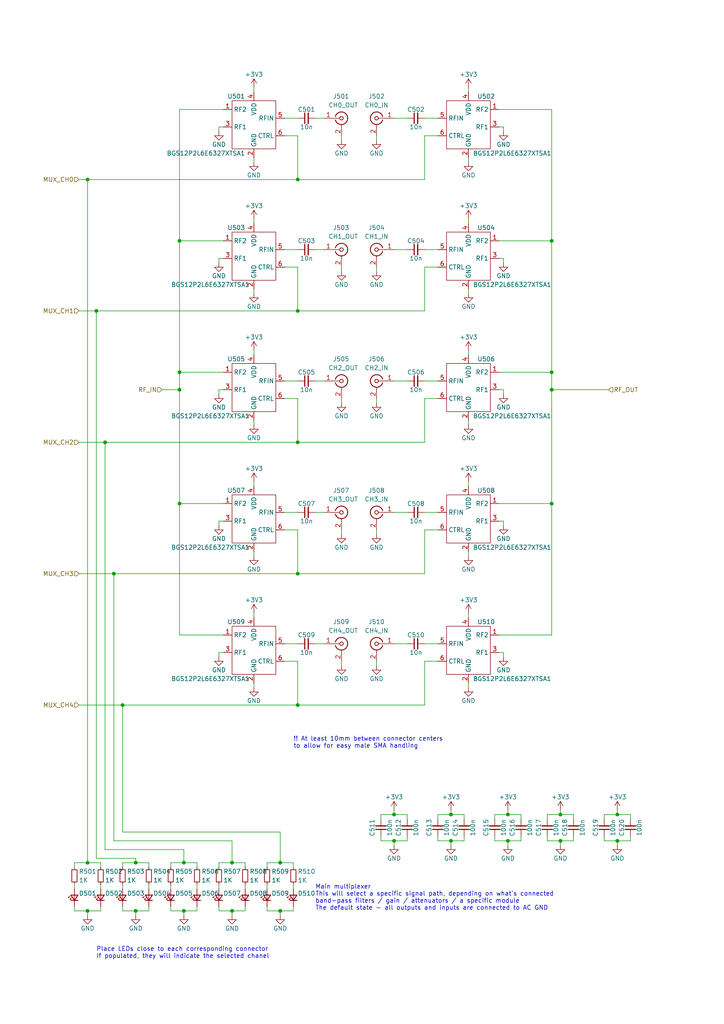
<source format=kicad_sch>
(kicad_sch (version 20211123) (generator eeschema)
  (paper "A4" portrait)
  (lib_symbols
    (symbol "Connector:Conn_Coaxial" (pin_names (offset 1.016) hide)
      (property "Reference" "J" (at 0.254 3.048 0))
      (property "Value" "Conn_Coaxial" (at 2.921 0 90))
      (symbol "Conn_Coaxial_0_1"
        (arc (start -1.778 -0.508) (mid 0.222 -1.808) (end 1.778 0) (stroke (width 0.254)))
        (polyline (pts (xy -2.54 0) (xy -0.508 0)))
        (polyline (pts (xy 0 -2.54) (xy 0 -1.778)))
        (circle (center 0 0) (radius 0.508) (stroke (width 0.2032)))
        (arc (start 1.778 0) (mid 0.2221 1.8083) (end -1.778 0.508) (stroke (width 0.254)))
      )
      (symbol "Conn_Coaxial_1_1"
        (pin passive line (at -5.08 0 0) (length 2.54) (name "In") (number "1"))
        (pin passive line (at 0 -5.08 90) (length 2.54) (name "Ext") (number "2"))
      )
    )
    (symbol "Device:C_Small" (pin_numbers hide) (pin_names (offset 0.254) hide)
      (property "Reference" "C" (at 0.254 1.778 0))
      (property "Value" "C_Small" (at 0.254 -2.032 0))
      (symbol "C_Small_0_1"
        (polyline (pts (xy -1.524 -0.508) (xy 1.524 -0.508)) (stroke (width 0.3302)))
        (polyline (pts (xy -1.524 0.508) (xy 1.524 0.508)) (stroke (width 0.3048)))
      )
      (symbol "C_Small_1_1"
        (pin passive line (at 0 2.54 270) (length 2.032) (name "~") (number "1"))
        (pin passive line (at 0 -2.54 90) (length 2.032) (name "~") (number "2"))
      )
    )
    (symbol "Device:LED_Small" (pin_numbers hide) (pin_names (offset 0.254) hide)
      (property "Reference" "D" (at -1.27 3.175 0))
      (property "Value" "LED_Small" (at -4.445 -2.54 0))
      (symbol "LED_Small_0_1"
        (polyline (pts (xy -0.762 -1.016) (xy -0.762 1.016)) (stroke (width 0.254)))
        (polyline (pts (xy 1.016 0) (xy -0.762 0)))
        (polyline (pts (xy 0.762 -1.016) (xy -0.762 0) (xy 0.762 1.016) (xy 0.762 -1.016)) (stroke (width 0.254)))
        (polyline (pts (xy 0 0.762) (xy -0.508 1.27) (xy -0.254 1.27) (xy -0.508 1.27) (xy -0.508 1.016)))
        (polyline (pts (xy 0.508 1.27) (xy 0 1.778) (xy 0.254 1.778) (xy 0 1.778) (xy 0 1.524)))
      )
      (symbol "LED_Small_1_1"
        (pin passive line (at -2.54 0 0) (length 1.778) (name "K") (number "1"))
        (pin passive line (at 2.54 0 180) (length 1.778) (name "A") (number "2"))
      )
    )
    (symbol "Device:R_Small" (pin_numbers hide) (pin_names (offset 0.254) hide)
      (property "Reference" "R" (at 0.762 0.508 0))
      (property "Value" "R_Small" (at 0.762 -1.016 0))
      (symbol "R_Small_0_1"
        (rectangle (start -0.762 1.778) (end 0.762 -1.778) (stroke (width 0.2032)))
      )
      (symbol "R_Small_1_1"
        (pin passive line (at 0 2.54 270) (length 0.762) (name "~") (number "1"))
        (pin passive line (at 0 -2.54 90) (length 0.762) (name "~") (number "2"))
      )
    )
    (symbol "frontEnd:BGS12P2L6E6327XTSA1"
      (property "Reference" "U" (at 7.62 6.35 0))
      (property "Value" "BGS12P2L6E6327XTSA1" (at 19.05 -11.43 0))
      (symbol "BGS12P2L6E6327XTSA1_0_1"
        (rectangle (start 0 5.08) (end 12.7 -8.89))
      )
      (symbol "BGS12P2L6E6327XTSA1_1_1"
        (pin input line (at 15.24 2.54 180) (length 2.54) (name "RF2") (number "1"))
        (pin input line (at 6.35 -11.43 90) (length 2.54) (name "GND") (number "2"))
        (pin input line (at 15.24 -2.54 180) (length 2.54) (name "RF1") (number "3"))
        (pin input line (at 6.35 7.62 270) (length 2.54) (name "VDD") (number "4"))
        (pin input line (at -2.54 0 0) (length 2.54) (name "RFIN") (number "5"))
        (pin input line (at -2.54 -5.08 0) (length 2.54) (name "CTRL") (number "6"))
      )
    )
    (symbol "power:+3V3" (power) (pin_names (offset 0))
      (property "Value" "+3V3" (at 0 3.556 0))
      (symbol "+3V3_0_1"
        (polyline (pts (xy -0.762 1.27) (xy 0 2.54)))
        (polyline (pts (xy 0 0) (xy 0 2.54)))
        (polyline (pts (xy 0 2.54) (xy 0.762 1.27)))
      )
      (symbol "+3V3_1_1"
        (pin power_in line (at 0 0 90) (length 0) hide (name "+3V3") (number "1"))
      )
    )
    (symbol "power:GND" (power) (pin_names (offset 0))
      (property "Value" "GND" (at 0 -3.81 0))
      (symbol "GND_0_1"
        (polyline (pts (xy 0 0) (xy 0 -1.27) (xy 1.27 -1.27) (xy 0 -2.54) (xy -1.27 -1.27) (xy 0 -1.27)))
      )
      (symbol "GND_1_1"
        (pin power_in line (at 0 0 270) (length 0) hide (name "GND") (number "1"))
      )
    )
  )
  (junction (at 162.56 243.84))
  (junction (at 160.02 113.03))
  (junction (at 86.36 52.07))
  (junction (at 33.02 166.37))
  (junction (at 114.3 243.84))
  (junction (at 147.32 243.84))
  (junction (at 25.4 264.16))
  (junction (at 30.48 128.27))
  (junction (at 35.56 204.47))
  (junction (at 86.36 204.47))
  (junction (at 52.07 113.03))
  (junction (at 53.34 250.19))
  (junction (at 67.31 250.19))
  (junction (at 81.28 264.16))
  (junction (at 179.07 243.84))
  (junction (at 179.07 236.22))
  (junction (at 86.36 166.37))
  (junction (at 160.02 146.05))
  (junction (at 86.36 128.27))
  (junction (at 147.32 236.22))
  (junction (at 52.07 69.85))
  (junction (at 52.07 107.95))
  (junction (at 86.36 90.17))
  (junction (at 39.37 250.19))
  (junction (at 52.07 146.05))
  (junction (at 53.34 264.16))
  (junction (at 130.81 243.84))
  (junction (at 160.02 69.85))
  (junction (at 114.3 236.22))
  (junction (at 81.28 250.19))
  (junction (at 160.02 107.95))
  (junction (at 67.31 264.16))
  (junction (at 39.37 264.16))
  (junction (at 27.94 90.17))
  (junction (at 25.4 52.07))
  (junction (at 25.4 250.19))
  (junction (at 130.81 236.22))
  (junction (at 162.56 236.22))
  (wire (pts (xy 21.59 262.89) (xy 21.59 264.16)))
  (wire (pts (xy 123.19 115.57) (xy 123.19 128.27)))
  (wire (pts (xy 91.44 72.39) (xy 93.98 72.39)))
  (wire (pts (xy 123.19 115.57) (xy 127 115.57)))
  (wire (pts (xy 67.31 243.84) (xy 67.31 250.19)))
  (wire (pts (xy 109.22 77.47) (xy 109.22 78.74)))
  (wire (pts (xy 71.12 250.19) (xy 71.12 251.46)))
  (wire (pts (xy 182.88 242.57) (xy 182.88 243.84)))
  (wire (pts (xy 118.11 242.57) (xy 118.11 243.84)))
  (wire (pts (xy 67.31 264.16) (xy 67.31 265.43)))
  (wire (pts (xy 73.66 25.4) (xy 73.66 26.67)))
  (wire (pts (xy 179.07 243.84) (xy 182.88 243.84)))
  (wire (pts (xy 135.89 121.92) (xy 135.89 123.19)))
  (wire (pts (xy 21.59 250.19) (xy 25.4 250.19)))
  (wire (pts (xy 82.55 186.69) (xy 86.36 186.69)))
  (wire (pts (xy 146.05 74.93) (xy 146.05 76.2)))
  (wire (pts (xy 114.3 234.95) (xy 114.3 236.22)))
  (wire (pts (xy 25.4 52.07) (xy 86.36 52.07)))
  (wire (pts (xy 123.19 191.77) (xy 127 191.77)))
  (wire (pts (xy 35.56 204.47) (xy 35.56 241.3)))
  (wire (pts (xy 166.37 242.57) (xy 166.37 243.84)))
  (wire (pts (xy 110.49 242.57) (xy 110.49 243.84)))
  (wire (pts (xy 160.02 146.05) (xy 160.02 184.15)))
  (wire (pts (xy 130.81 234.95) (xy 130.81 236.22)))
  (wire (pts (xy 53.34 246.38) (xy 53.34 250.19)))
  (wire (pts (xy 49.53 251.46) (xy 49.53 250.19)))
  (wire (pts (xy 77.47 251.46) (xy 77.47 250.19)))
  (wire (pts (xy 146.05 113.03) (xy 146.05 114.3)))
  (wire (pts (xy 73.66 139.7) (xy 73.66 140.97)))
  (wire (pts (xy 82.55 110.49) (xy 86.36 110.49)))
  (wire (pts (xy 43.18 250.19) (xy 43.18 251.46)))
  (wire (pts (xy 144.78 36.83) (xy 146.05 36.83)))
  (wire (pts (xy 144.78 69.85) (xy 160.02 69.85)))
  (wire (pts (xy 151.13 236.22) (xy 151.13 237.49)))
  (wire (pts (xy 91.44 186.69) (xy 93.98 186.69)))
  (wire (pts (xy 114.3 72.39) (xy 118.11 72.39)))
  (wire (pts (xy 151.13 242.57) (xy 151.13 243.84)))
  (wire (pts (xy 27.94 248.92) (xy 39.37 248.92)))
  (wire (pts (xy 67.31 264.16) (xy 71.12 264.16)))
  (wire (pts (xy 49.53 250.19) (xy 53.34 250.19)))
  (wire (pts (xy 73.66 177.8) (xy 73.66 179.07)))
  (wire (pts (xy 86.36 128.27) (xy 123.19 128.27)))
  (wire (pts (xy 134.62 236.22) (xy 134.62 237.49)))
  (wire (pts (xy 63.5 262.89) (xy 63.5 264.16)))
  (wire (pts (xy 175.26 242.57) (xy 175.26 243.84)))
  (wire (pts (xy 81.28 264.16) (xy 81.28 265.43)))
  (wire (pts (xy 27.94 90.17) (xy 27.94 248.92)))
  (wire (pts (xy 143.51 242.57) (xy 143.51 243.84)))
  (wire (pts (xy 123.19 77.47) (xy 123.19 90.17)))
  (wire (pts (xy 52.07 69.85) (xy 52.07 107.95)))
  (wire (pts (xy 179.07 234.95) (xy 179.07 236.22)))
  (wire (pts (xy 135.89 160.02) (xy 135.89 161.29)))
  (wire (pts (xy 123.19 72.39) (xy 127 72.39)))
  (wire (pts (xy 39.37 264.16) (xy 39.37 265.43)))
  (wire (pts (xy 114.3 186.69) (xy 118.11 186.69)))
  (wire (pts (xy 63.5 251.46) (xy 63.5 250.19)))
  (wire (pts (xy 52.07 107.95) (xy 52.07 113.03)))
  (wire (pts (xy 162.56 243.84) (xy 162.56 245.11)))
  (wire (pts (xy 86.36 77.47) (xy 86.36 90.17)))
  (wire (pts (xy 43.18 256.54) (xy 43.18 257.81)))
  (wire (pts (xy 39.37 250.19) (xy 43.18 250.19)))
  (wire (pts (xy 53.34 264.16) (xy 57.15 264.16)))
  (wire (pts (xy 82.55 191.77) (xy 86.36 191.77)))
  (wire (pts (xy 109.22 153.67) (xy 109.22 154.94)))
  (wire (pts (xy 86.36 52.07) (xy 123.19 52.07)))
  (wire (pts (xy 25.4 264.16) (xy 29.21 264.16)))
  (wire (pts (xy 63.5 151.13) (xy 64.77 151.13)))
  (wire (pts (xy 127 236.22) (xy 130.81 236.22)))
  (wire (pts (xy 144.78 74.93) (xy 146.05 74.93)))
  (wire (pts (xy 30.48 246.38) (xy 53.34 246.38)))
  (wire (pts (xy 71.12 256.54) (xy 71.12 257.81)))
  (wire (pts (xy 73.66 45.72) (xy 73.66 46.99)))
  (wire (pts (xy 21.59 251.46) (xy 21.59 250.19)))
  (wire (pts (xy 49.53 256.54) (xy 49.53 257.81)))
  (wire (pts (xy 130.81 243.84) (xy 134.62 243.84)))
  (wire (pts (xy 135.89 139.7) (xy 135.89 140.97)))
  (wire (pts (xy 63.5 190.5) (xy 63.5 189.23)))
  (wire (pts (xy 73.66 101.6) (xy 73.66 102.87)))
  (wire (pts (xy 127 243.84) (xy 130.81 243.84)))
  (wire (pts (xy 147.32 243.84) (xy 147.32 245.11)))
  (wire (pts (xy 49.53 264.16) (xy 53.34 264.16)))
  (wire (pts (xy 99.06 39.37) (xy 99.06 40.64)))
  (wire (pts (xy 77.47 262.89) (xy 77.47 264.16)))
  (wire (pts (xy 158.75 243.84) (xy 162.56 243.84)))
  (wire (pts (xy 53.34 250.19) (xy 57.15 250.19)))
  (wire (pts (xy 82.55 39.37) (xy 86.36 39.37)))
  (wire (pts (xy 123.19 39.37) (xy 123.19 52.07)))
  (wire (pts (xy 49.53 262.89) (xy 49.53 264.16)))
  (wire (pts (xy 39.37 264.16) (xy 43.18 264.16)))
  (wire (pts (xy 134.62 242.57) (xy 134.62 243.84)))
  (wire (pts (xy 21.59 264.16) (xy 25.4 264.16)))
  (wire (pts (xy 63.5 189.23) (xy 64.77 189.23)))
  (wire (pts (xy 86.36 204.47) (xy 123.19 204.47)))
  (wire (pts (xy 160.02 113.03) (xy 160.02 146.05)))
  (wire (pts (xy 135.89 101.6) (xy 135.89 102.87)))
  (wire (pts (xy 86.36 39.37) (xy 86.36 52.07)))
  (wire (pts (xy 22.86 90.17) (xy 27.94 90.17)))
  (wire (pts (xy 52.07 113.03) (xy 52.07 146.05)))
  (wire (pts (xy 39.37 248.92) (xy 39.37 250.19)))
  (wire (pts (xy 114.3 34.29) (xy 118.11 34.29)))
  (wire (pts (xy 162.56 234.95) (xy 162.56 236.22)))
  (wire (pts (xy 77.47 250.19) (xy 81.28 250.19)))
  (wire (pts (xy 123.19 153.67) (xy 123.19 166.37)))
  (wire (pts (xy 109.22 191.77) (xy 109.22 193.04)))
  (wire (pts (xy 99.06 191.77) (xy 99.06 193.04)))
  (wire (pts (xy 123.19 153.67) (xy 127 153.67)))
  (wire (pts (xy 73.66 83.82) (xy 73.66 85.09)))
  (wire (pts (xy 135.89 177.8) (xy 135.89 179.07)))
  (wire (pts (xy 22.86 128.27) (xy 30.48 128.27)))
  (wire (pts (xy 158.75 242.57) (xy 158.75 243.84)))
  (wire (pts (xy 29.21 250.19) (xy 29.21 251.46)))
  (wire (pts (xy 81.28 264.16) (xy 85.09 264.16)))
  (wire (pts (xy 114.3 236.22) (xy 118.11 236.22)))
  (wire (pts (xy 99.06 77.47) (xy 99.06 78.74)))
  (wire (pts (xy 71.12 262.89) (xy 71.12 264.16)))
  (wire (pts (xy 46.99 113.03) (xy 52.07 113.03)))
  (wire (pts (xy 82.55 34.29) (xy 86.36 34.29)))
  (wire (pts (xy 63.5 36.83) (xy 64.77 36.83)))
  (wire (pts (xy 144.78 107.95) (xy 160.02 107.95)))
  (wire (pts (xy 21.59 256.54) (xy 21.59 257.81)))
  (wire (pts (xy 81.28 250.19) (xy 85.09 250.19)))
  (wire (pts (xy 52.07 146.05) (xy 64.77 146.05)))
  (wire (pts (xy 146.05 36.83) (xy 146.05 38.1)))
  (wire (pts (xy 35.56 262.89) (xy 35.56 264.16)))
  (wire (pts (xy 146.05 189.23) (xy 146.05 190.5)))
  (wire (pts (xy 77.47 256.54) (xy 77.47 257.81)))
  (wire (pts (xy 110.49 236.22) (xy 114.3 236.22)))
  (wire (pts (xy 63.5 74.93) (xy 64.77 74.93)))
  (wire (pts (xy 114.3 243.84) (xy 118.11 243.84)))
  (wire (pts (xy 147.32 236.22) (xy 151.13 236.22)))
  (wire (pts (xy 25.4 52.07) (xy 25.4 250.19)))
  (wire (pts (xy 85.09 262.89) (xy 85.09 264.16)))
  (wire (pts (xy 52.07 31.75) (xy 52.07 69.85)))
  (wire (pts (xy 109.22 115.57) (xy 109.22 116.84)))
  (wire (pts (xy 123.19 191.77) (xy 123.19 204.47)))
  (wire (pts (xy 91.44 148.59) (xy 93.98 148.59)))
  (wire (pts (xy 73.66 121.92) (xy 73.66 123.19)))
  (wire (pts (xy 135.89 25.4) (xy 135.89 26.67)))
  (wire (pts (xy 35.56 204.47) (xy 86.36 204.47)))
  (wire (pts (xy 63.5 250.19) (xy 67.31 250.19)))
  (wire (pts (xy 158.75 237.49) (xy 158.75 236.22)))
  (wire (pts (xy 123.19 186.69) (xy 127 186.69)))
  (wire (pts (xy 35.56 264.16) (xy 39.37 264.16)))
  (wire (pts (xy 77.47 264.16) (xy 81.28 264.16)))
  (wire (pts (xy 160.02 69.85) (xy 160.02 107.95)))
  (wire (pts (xy 123.19 34.29) (xy 127 34.29)))
  (wire (pts (xy 144.78 31.75) (xy 160.02 31.75)))
  (wire (pts (xy 179.07 236.22) (xy 182.88 236.22)))
  (wire (pts (xy 162.56 236.22) (xy 166.37 236.22)))
  (wire (pts (xy 33.02 243.84) (xy 67.31 243.84)))
  (wire (pts (xy 182.88 236.22) (xy 182.88 237.49)))
  (wire (pts (xy 109.22 39.37) (xy 109.22 40.64)))
  (wire (pts (xy 35.56 256.54) (xy 35.56 257.81)))
  (wire (pts (xy 57.15 250.19) (xy 57.15 251.46)))
  (wire (pts (xy 158.75 236.22) (xy 162.56 236.22)))
  (wire (pts (xy 118.11 236.22) (xy 118.11 237.49)))
  (wire (pts (xy 135.89 63.5) (xy 135.89 64.77)))
  (wire (pts (xy 91.44 34.29) (xy 93.98 34.29)))
  (wire (pts (xy 99.06 153.67) (xy 99.06 154.94)))
  (wire (pts (xy 63.5 264.16) (xy 67.31 264.16)))
  (wire (pts (xy 33.02 166.37) (xy 33.02 243.84)))
  (wire (pts (xy 110.49 243.84) (xy 114.3 243.84)))
  (wire (pts (xy 25.4 250.19) (xy 29.21 250.19)))
  (wire (pts (xy 63.5 76.2) (xy 63.5 74.93)))
  (wire (pts (xy 85.09 256.54) (xy 85.09 257.81)))
  (wire (pts (xy 160.02 31.75) (xy 160.02 69.85)))
  (wire (pts (xy 22.86 166.37) (xy 33.02 166.37)))
  (wire (pts (xy 86.36 166.37) (xy 123.19 166.37)))
  (wire (pts (xy 30.48 128.27) (xy 86.36 128.27)))
  (wire (pts (xy 114.3 243.84) (xy 114.3 245.11)))
  (wire (pts (xy 53.34 264.16) (xy 53.34 265.43)))
  (wire (pts (xy 81.28 241.3) (xy 81.28 250.19)))
  (wire (pts (xy 130.81 236.22) (xy 134.62 236.22)))
  (wire (pts (xy 175.26 236.22) (xy 179.07 236.22)))
  (wire (pts (xy 29.21 262.89) (xy 29.21 264.16)))
  (wire (pts (xy 123.19 39.37) (xy 127 39.37)))
  (wire (pts (xy 162.56 243.84) (xy 166.37 243.84)))
  (wire (pts (xy 35.56 250.19) (xy 39.37 250.19)))
  (wire (pts (xy 127 237.49) (xy 127 236.22)))
  (wire (pts (xy 86.36 115.57) (xy 86.36 128.27)))
  (wire (pts (xy 35.56 241.3) (xy 81.28 241.3)))
  (wire (pts (xy 67.31 250.19) (xy 71.12 250.19)))
  (wire (pts (xy 85.09 250.19) (xy 85.09 251.46)))
  (wire (pts (xy 147.32 234.95) (xy 147.32 236.22)))
  (wire (pts (xy 179.07 243.84) (xy 179.07 245.11)))
  (wire (pts (xy 110.49 237.49) (xy 110.49 236.22)))
  (wire (pts (xy 22.86 52.07) (xy 25.4 52.07)))
  (wire (pts (xy 123.19 110.49) (xy 127 110.49)))
  (wire (pts (xy 86.36 191.77) (xy 86.36 204.47)))
  (wire (pts (xy 63.5 38.1) (xy 63.5 36.83)))
  (wire (pts (xy 82.55 72.39) (xy 86.36 72.39)))
  (wire (pts (xy 82.55 115.57) (xy 86.36 115.57)))
  (wire (pts (xy 22.86 204.47) (xy 35.56 204.47)))
  (wire (pts (xy 86.36 153.67) (xy 86.36 166.37)))
  (wire (pts (xy 52.07 146.05) (xy 52.07 184.15)))
  (wire (pts (xy 123.19 77.47) (xy 127 77.47)))
  (wire (pts (xy 135.89 198.12) (xy 135.89 199.39)))
  (wire (pts (xy 143.51 237.49) (xy 143.51 236.22)))
  (wire (pts (xy 27.94 90.17) (xy 86.36 90.17)))
  (wire (pts (xy 30.48 128.27) (xy 30.48 246.38)))
  (wire (pts (xy 146.05 151.13) (xy 146.05 152.4)))
  (wire (pts (xy 144.78 184.15) (xy 160.02 184.15)))
  (wire (pts (xy 86.36 90.17) (xy 123.19 90.17)))
  (wire (pts (xy 73.66 198.12) (xy 73.66 199.39)))
  (wire (pts (xy 63.5 256.54) (xy 63.5 257.81)))
  (wire (pts (xy 144.78 151.13) (xy 146.05 151.13)))
  (wire (pts (xy 160.02 113.03) (xy 176.53 113.03)))
  (wire (pts (xy 91.44 110.49) (xy 93.98 110.49)))
  (wire (pts (xy 33.02 166.37) (xy 86.36 166.37)))
  (wire (pts (xy 63.5 152.4) (xy 63.5 151.13)))
  (wire (pts (xy 25.4 264.16) (xy 25.4 265.43)))
  (wire (pts (xy 82.55 77.47) (xy 86.36 77.47)))
  (wire (pts (xy 73.66 63.5) (xy 73.66 64.77)))
  (wire (pts (xy 144.78 146.05) (xy 160.02 146.05)))
  (wire (pts (xy 99.06 115.57) (xy 99.06 116.84)))
  (wire (pts (xy 114.3 110.49) (xy 118.11 110.49)))
  (wire (pts (xy 43.18 262.89) (xy 43.18 264.16)))
  (wire (pts (xy 52.07 69.85) (xy 64.77 69.85)))
  (wire (pts (xy 143.51 236.22) (xy 147.32 236.22)))
  (wire (pts (xy 130.81 243.84) (xy 130.81 245.11)))
  (wire (pts (xy 64.77 31.75) (xy 52.07 31.75)))
  (wire (pts (xy 57.15 262.89) (xy 57.15 264.16)))
  (wire (pts (xy 144.78 113.03) (xy 146.05 113.03)))
  (wire (pts (xy 57.15 256.54) (xy 57.15 257.81)))
  (wire (pts (xy 35.56 251.46) (xy 35.56 250.19)))
  (wire (pts (xy 175.26 237.49) (xy 175.26 236.22)))
  (wire (pts (xy 114.3 148.59) (xy 118.11 148.59)))
  (wire (pts (xy 175.26 243.84) (xy 179.07 243.84)))
  (wire (pts (xy 52.07 107.95) (xy 64.77 107.95)))
  (wire (pts (xy 63.5 113.03) (xy 63.5 114.3)))
  (wire (pts (xy 64.77 113.03) (xy 63.5 113.03)))
  (wire (pts (xy 147.32 243.84) (xy 151.13 243.84)))
  (wire (pts (xy 127 242.57) (xy 127 243.84)))
  (wire (pts (xy 123.19 148.59) (xy 127 148.59)))
  (wire (pts (xy 73.66 160.02) (xy 73.66 161.29)))
  (wire (pts (xy 143.51 243.84) (xy 147.32 243.84)))
  (wire (pts (xy 52.07 184.15) (xy 64.77 184.15)))
  (wire (pts (xy 29.21 256.54) (xy 29.21 257.81)))
  (wire (pts (xy 166.37 236.22) (xy 166.37 237.49)))
  (wire (pts (xy 82.55 148.59) (xy 86.36 148.59)))
  (wire (pts (xy 135.89 83.82) (xy 135.89 85.09)))
  (wire (pts (xy 160.02 107.95) (xy 160.02 113.03)))
  (wire (pts (xy 144.78 189.23) (xy 146.05 189.23)))
  (wire (pts (xy 82.55 153.67) (xy 86.36 153.67)))
  (wire (pts (xy 135.89 45.72) (xy 135.89 46.99)))
  (text "!! At least 10mm between connector centers\nto allow for easy male SMA handling" (at 85.09 217.17 0) (effects (font (size 1.27 1.27)) (justify left bottom)))
  (text "Place LEDs close to each corresponding connector\nIf populated, they will indicate the selected chanel" (at 27.94 278.13 0) (effects (font (size 1.27 1.27)) (justify left bottom)))
  (text "Main multiplexer\nThis will select a specific signal path, depending on what's connected\nband-pass filters / gain / attenuators / a specific module\nThe default state - all outputs and inputs are connected to AC GND\n" (at 91.44 264.16 0) (effects (font (size 1.27 1.27)) (justify left bottom)))
  (hierarchical_label "RF_IN" (shape input) (at 46.99 113.03 180))
  (hierarchical_label "MUX_CH3" (shape input) (at 22.86 166.37 180))
  (hierarchical_label "MUX_CH2" (shape input) (at 22.86 128.27 180))
  (hierarchical_label "MUX_CH0" (shape input) (at 22.86 52.07 180))
  (hierarchical_label "MUX_CH4" (shape input) (at 22.86 204.47 180))
  (hierarchical_label "RF_OUT" (shape input) (at 176.53 113.03 0))
  (hierarchical_label "MUX_CH1" (shape input) (at 22.86 90.17 180))
  (symbol (lib_id "Connector:Conn_Coaxial") (at 99.06 186.69 0) (unit 1)
    (property "Reference" "J509" (at 96.52 180.34 0) (effects (justify left)))
    (property "Value" "CH4_OUT" (at 95.25 182.88 0) (effects (justify left)))
    (property "Footprint" "frontEnd:SMA_FEM_TH_VERTICAL" (effects hide))
    (property "Datasheet" " ~" (effects hide))
  )
  (symbol (lib_id "Connector:Conn_Coaxial") (at 99.06 110.49 0) (unit 1)
    (property "Reference" "J505" (at 96.52 104.14 0) (effects (justify left)))
    (property "Value" "CH2_OUT" (at 95.25 106.68 0) (effects (justify left)))
    (property "Footprint" "frontEnd:SMA_FEM_TH_VERTICAL" (effects hide))
    (property "Datasheet" " ~" (effects hide))
  )
  (symbol (lib_id "power:GND") (at 25.4 265.43 0) (unit 1)
    (property "Reference" "#PWR0551" (effects hide))
    (property "Value" "GND" (at 25.4 269.24 0))
  )
  (symbol (lib_id "Connector:Conn_Coaxial") (at 99.06 148.59 0) (unit 1)
    (property "Reference" "J507" (at 96.52 142.24 0) (effects (justify left)))
    (property "Value" "CH3_OUT" (at 95.25 144.78 0) (effects (justify left)))
    (property "Footprint" "frontEnd:SMA_FEM_TH_VERTICAL" (effects hide))
    (property "Datasheet" " ~" (effects hide))
  )
  (symbol (lib_id "Device:LED_Small") (at 71.12 260.35 90) (unit 1)
    (property "Reference" "D508" (at 72.39 259.08 90) (effects (justify right)))
    (property "Value" "LED_Small" (effects hide))
    (property "Footprint" "LED_SMD:LED_0805_2012Metric" (effects hide))
  )
  (symbol (lib_id "power:+3V3") (at 135.89 101.6 0) (unit 1)
    (property "Reference" "#PWR0514" (effects hide))
    (property "Value" "+3V3" (at 135.89 97.79 0))
  )
  (symbol (lib_id "Device:R_Small") (at 77.47 254 0) (unit 1)
    (property "Reference" "R509" (at 78.74 252.73 0) (effects (justify left)))
    (property "Value" "1K" (at 78.74 255.27 0) (effects (justify left)))
    (property "Footprint" "Resistor_SMD:R_0805_2012Metric" (effects hide))
  )
  (symbol (lib_id "Device:LED_Small") (at 57.15 260.35 90) (unit 1)
    (property "Reference" "D506" (at 58.42 259.08 90) (effects (justify right)))
    (property "Value" "LED_Small" (effects hide))
    (property "Footprint" "LED_SMD:LED_0805_2012Metric" (effects hide))
  )
  (symbol (lib_id "Device:C_Small") (at 175.26 240.03 180) (unit 1)
    (property "Reference" "C519" (at 172.72 240.03 90))
    (property "Value" "100n" (at 177.8 240.03 90))
    (property "Footprint" "Capacitor_SMD:C_0805_2012Metric" (effects hide))
  )
  (symbol (lib_id "Device:R_Small") (at 57.15 254 0) (unit 1)
    (property "Reference" "R506" (at 58.42 252.73 0) (effects (justify left)))
    (property "Value" "1K" (at 58.42 255.27 0) (effects (justify left)))
    (property "Footprint" "Resistor_SMD:R_0805_2012Metric" (effects hide))
  )
  (symbol (lib_id "Device:LED_Small") (at 49.53 260.35 90) (unit 1)
    (property "Reference" "D505" (at 50.8 259.08 90) (effects (justify right)))
    (property "Value" "LED_Small" (effects hide))
    (property "Footprint" "LED_SMD:LED_0805_2012Metric" (effects hide))
  )
  (symbol (lib_id "power:+3V3") (at 73.66 139.7 0) (unit 1)
    (property "Reference" "#PWR0519" (effects hide))
    (property "Value" "+3V3" (at 73.66 135.89 0))
  )
  (symbol (lib_id "power:GND") (at 109.22 154.94 0) (unit 1)
    (property "Reference" "#PWR0522" (effects hide))
    (property "Value" "GND" (at 109.22 158.75 0))
  )
  (symbol (lib_id "power:GND") (at 73.66 161.29 0) (unit 1)
    (property "Reference" "#PWR0523" (effects hide))
    (property "Value" "GND" (at 73.66 165.1 0))
  )
  (symbol (lib_id "power:GND") (at 73.66 123.19 0) (unit 1)
    (property "Reference" "#PWR0517" (effects hide))
    (property "Value" "GND" (at 73.66 127 0))
  )
  (symbol (lib_id "frontEnd:BGS12P2L6E6327XTSA1") (at 80.01 72.39 0) (mirror y) (unit 1)
    (property "Reference" "U503" (at 71.12 66.04 0) (effects (justify left)))
    (property "Value" "BGS12P2L6E6327XTSA1" (at 72.39 82.55 0) (effects (justify left)))
    (property "Footprint" "frontEnd:BGS12P2L6E6327XTSA1" (effects hide))
  )
  (symbol (lib_id "Device:C_Small") (at 120.65 186.69 90) (unit 1)
    (property "Reference" "C510" (at 120.65 184.15 90))
    (property "Value" "10n" (at 120.65 189.23 90))
    (property "Footprint" "Capacitor_SMD:C_0805_2012Metric" (effects hide))
  )
  (symbol (lib_id "power:GND") (at 73.66 199.39 0) (unit 1)
    (property "Reference" "#PWR0529" (effects hide))
    (property "Value" "GND" (at 73.66 203.2 0))
  )
  (symbol (lib_id "power:GND") (at 146.05 152.4 0) (unit 1)
    (property "Reference" "#PWR0538" (effects hide))
    (property "Value" "GND" (at 146.05 156.21 0))
  )
  (symbol (lib_id "power:GND") (at 63.5 76.2 0) (unit 1)
    (property "Reference" "#PWR0533" (effects hide))
    (property "Value" "GND" (at 63.5 80.01 0))
  )
  (symbol (lib_id "power:GND") (at 179.07 245.11 0) (unit 1)
    (property "Reference" "#PWR0550" (effects hide))
    (property "Value" "GND" (at 179.07 248.92 0))
  )
  (symbol (lib_id "Device:C_Small") (at 118.11 240.03 180) (unit 1)
    (property "Reference" "C512" (at 115.57 240.03 90))
    (property "Value" "100n" (at 120.65 240.03 90))
    (property "Footprint" "Capacitor_SMD:C_0805_2012Metric" (effects hide))
  )
  (symbol (lib_id "power:GND") (at 162.56 245.11 0) (unit 1)
    (property "Reference" "#PWR0549" (effects hide))
    (property "Value" "GND" (at 162.56 248.92 0))
  )
  (symbol (lib_id "power:+3V3") (at 135.89 139.7 0) (unit 1)
    (property "Reference" "#PWR0520" (effects hide))
    (property "Value" "+3V3" (at 135.89 135.89 0))
  )
  (symbol (lib_id "Device:R_Small") (at 35.56 254 0) (unit 1)
    (property "Reference" "R503" (at 36.83 252.73 0) (effects (justify left)))
    (property "Value" "1K" (at 36.83 255.27 0) (effects (justify left)))
    (property "Footprint" "Resistor_SMD:R_0805_2012Metric" (effects hide))
  )
  (symbol (lib_id "Connector:Conn_Coaxial") (at 99.06 72.39 0) (unit 1)
    (property "Reference" "J503" (at 96.52 66.04 0) (effects (justify left)))
    (property "Value" "CH1_OUT" (at 95.25 68.58 0) (effects (justify left)))
    (property "Footprint" "frontEnd:SMA_FEM_TH_VERTICAL" (effects hide))
    (property "Datasheet" " ~" (effects hide))
  )
  (symbol (lib_id "power:GND") (at 109.22 78.74 0) (unit 1)
    (property "Reference" "#PWR0510" (effects hide))
    (property "Value" "GND" (at 109.22 82.55 0))
  )
  (symbol (lib_id "power:GND") (at 135.89 85.09 0) (unit 1)
    (property "Reference" "#PWR0512" (effects hide))
    (property "Value" "GND" (at 135.89 88.9 0))
  )
  (symbol (lib_id "Device:R_Small") (at 29.21 254 0) (unit 1)
    (property "Reference" "R502" (at 30.48 252.73 0) (effects (justify left)))
    (property "Value" "1K" (at 30.48 255.27 0) (effects (justify left)))
    (property "Footprint" "Resistor_SMD:R_0805_2012Metric" (effects hide))
  )
  (symbol (lib_id "Device:C_Small") (at 110.49 240.03 180) (unit 1)
    (property "Reference" "C511" (at 107.95 240.03 90))
    (property "Value" "100n" (at 113.03 240.03 90))
    (property "Footprint" "Capacitor_SMD:C_0805_2012Metric" (effects hide))
  )
  (symbol (lib_id "Device:LED_Small") (at 29.21 260.35 90) (unit 1)
    (property "Reference" "D502" (at 30.48 259.08 90) (effects (justify right)))
    (property "Value" "LED_Small" (effects hide))
    (property "Footprint" "LED_SMD:LED_0805_2012Metric" (effects hide))
  )
  (symbol (lib_id "power:+3V3") (at 130.81 234.95 0) (unit 1)
    (property "Reference" "#PWR0542" (effects hide))
    (property "Value" "+3V3" (at 130.81 231.14 0))
  )
  (symbol (lib_id "frontEnd:BGS12P2L6E6327XTSA1") (at 80.01 34.29 0) (mirror y) (unit 1)
    (property "Reference" "U501" (at 71.12 27.94 0) (effects (justify left)))
    (property "Value" "BGS12P2L6E6327XTSA1" (at 71.12 44.45 0) (effects (justify left)))
    (property "Footprint" "frontEnd:BGS12P2L6E6327XTSA1" (effects hide))
  )
  (symbol (lib_id "Device:LED_Small") (at 63.5 260.35 90) (unit 1)
    (property "Reference" "D507" (at 64.77 259.08 90) (effects (justify right)))
    (property "Value" "LED_Small" (effects hide))
    (property "Footprint" "LED_SMD:LED_0805_2012Metric" (effects hide))
  )
  (symbol (lib_id "power:+3V3") (at 73.66 101.6 0) (unit 1)
    (property "Reference" "#PWR0513" (effects hide))
    (property "Value" "+3V3" (at 73.66 97.79 0))
  )
  (symbol (lib_id "power:GND") (at 99.06 40.64 0) (unit 1)
    (property "Reference" "#PWR0503" (effects hide))
    (property "Value" "GND" (at 99.06 44.45 0))
  )
  (symbol (lib_id "Device:C_Small") (at 88.9 186.69 90) (unit 1)
    (property "Reference" "C509" (at 88.9 184.15 90))
    (property "Value" "10n" (at 88.9 189.23 90))
    (property "Footprint" "Capacitor_SMD:C_0805_2012Metric" (effects hide))
  )
  (symbol (lib_id "power:GND") (at 109.22 193.04 0) (unit 1)
    (property "Reference" "#PWR0528" (effects hide))
    (property "Value" "GND" (at 109.22 196.85 0))
  )
  (symbol (lib_id "frontEnd:BGS12P2L6E6327XTSA1") (at 80.01 186.69 0) (mirror y) (unit 1)
    (property "Reference" "U509" (at 71.12 180.34 0) (effects (justify left)))
    (property "Value" "BGS12P2L6E6327XTSA1" (at 72.39 196.85 0) (effects (justify left)))
    (property "Footprint" "frontEnd:BGS12P2L6E6327XTSA1" (effects hide))
  )
  (symbol (lib_id "frontEnd:BGS12P2L6E6327XTSA1") (at 80.01 110.49 0) (mirror y) (unit 1)
    (property "Reference" "U505" (at 71.12 104.14 0) (effects (justify left)))
    (property "Value" "BGS12P2L6E6327XTSA1" (at 72.39 120.65 0) (effects (justify left)))
    (property "Footprint" "frontEnd:BGS12P2L6E6327XTSA1" (effects hide))
  )
  (symbol (lib_id "Device:C_Small") (at 120.65 34.29 90) (unit 1)
    (property "Reference" "C502" (at 120.65 31.75 90))
    (property "Value" "10n" (at 120.65 36.83 90))
    (property "Footprint" "Capacitor_SMD:C_0805_2012Metric" (effects hide))
  )
  (symbol (lib_id "frontEnd:BGS12P2L6E6327XTSA1") (at 129.54 110.49 0) (unit 1)
    (property "Reference" "U506" (at 138.43 104.14 0) (effects (justify left)))
    (property "Value" "BGS12P2L6E6327XTSA1" (at 137.16 120.65 0) (effects (justify left)))
    (property "Footprint" "frontEnd:BGS12P2L6E6327XTSA1" (effects hide))
  )
  (symbol (lib_id "Device:C_Small") (at 143.51 240.03 180) (unit 1)
    (property "Reference" "C515" (at 140.97 240.03 90))
    (property "Value" "100n" (at 146.05 240.03 90))
    (property "Footprint" "Capacitor_SMD:C_0805_2012Metric" (effects hide))
  )
  (symbol (lib_id "power:GND") (at 99.06 116.84 0) (unit 1)
    (property "Reference" "#PWR0515" (effects hide))
    (property "Value" "GND" (at 99.06 120.65 0))
  )
  (symbol (lib_id "Connector:Conn_Coaxial") (at 109.22 72.39 0) (mirror y) (unit 1)
    (property "Reference" "J504" (at 109.22 66.04 0))
    (property "Value" "CH1_IN" (at 109.22 68.58 0))
    (property "Footprint" "frontEnd:SMA_FEM_TH_VERTICAL" (effects hide))
    (property "Datasheet" " ~" (effects hide))
  )
  (symbol (lib_id "Device:R_Small") (at 49.53 254 0) (unit 1)
    (property "Reference" "R505" (at 50.8 252.73 0) (effects (justify left)))
    (property "Value" "1K" (at 50.8 255.27 0) (effects (justify left)))
    (property "Footprint" "Resistor_SMD:R_0805_2012Metric" (effects hide))
  )
  (symbol (lib_id "power:GND") (at 67.31 265.43 0) (unit 1)
    (property "Reference" "#PWR0554" (effects hide))
    (property "Value" "GND" (at 67.31 269.24 0))
  )
  (symbol (lib_id "power:GND") (at 135.89 123.19 0) (unit 1)
    (property "Reference" "#PWR0518" (effects hide))
    (property "Value" "GND" (at 135.89 127 0))
  )
  (symbol (lib_id "power:GND") (at 135.89 46.99 0) (unit 1)
    (property "Reference" "#PWR0506" (effects hide))
    (property "Value" "GND" (at 135.89 50.8 0))
  )
  (symbol (lib_id "power:+3V3") (at 135.89 63.5 0) (unit 1)
    (property "Reference" "#PWR0508" (effects hide))
    (property "Value" "+3V3" (at 135.89 59.69 0))
  )
  (symbol (lib_id "power:+3V3") (at 73.66 25.4 0) (unit 1)
    (property "Reference" "#PWR0501" (effects hide))
    (property "Value" "+3V3" (at 73.66 21.59 0))
  )
  (symbol (lib_id "power:GND") (at 147.32 245.11 0) (unit 1)
    (property "Reference" "#PWR0548" (effects hide))
    (property "Value" "GND" (at 147.32 248.92 0))
  )
  (symbol (lib_id "power:GND") (at 135.89 161.29 0) (unit 1)
    (property "Reference" "#PWR0524" (effects hide))
    (property "Value" "GND" (at 135.89 165.1 0))
  )
  (symbol (lib_id "power:GND") (at 63.5 38.1 0) (unit 1)
    (property "Reference" "#PWR0531" (effects hide))
    (property "Value" "GND" (at 63.5 41.91 0))
  )
  (symbol (lib_id "power:+3V3") (at 114.3 234.95 0) (unit 1)
    (property "Reference" "#PWR0541" (effects hide))
    (property "Value" "+3V3" (at 114.3 231.14 0))
  )
  (symbol (lib_id "Device:R_Small") (at 43.18 254 0) (unit 1)
    (property "Reference" "R504" (at 44.45 252.73 0) (effects (justify left)))
    (property "Value" "1K" (at 44.45 255.27 0) (effects (justify left)))
    (property "Footprint" "Resistor_SMD:R_0805_2012Metric" (effects hide))
  )
  (symbol (lib_id "Connector:Conn_Coaxial") (at 109.22 148.59 0) (mirror y) (unit 1)
    (property "Reference" "J508" (at 109.22 142.24 0))
    (property "Value" "CH3_IN" (at 109.22 144.78 0))
    (property "Footprint" "frontEnd:SMA_FEM_TH_VERTICAL" (effects hide))
    (property "Datasheet" " ~" (effects hide))
  )
  (symbol (lib_id "Device:C_Small") (at 88.9 34.29 90) (unit 1)
    (property "Reference" "C501" (at 88.9 31.75 90))
    (property "Value" "10n" (at 88.9 36.83 90))
    (property "Footprint" "Capacitor_SMD:C_0805_2012Metric" (effects hide))
  )
  (symbol (lib_id "Device:C_Small") (at 120.65 148.59 90) (unit 1)
    (property "Reference" "C508" (at 120.65 146.05 90))
    (property "Value" "10n" (at 120.65 151.13 90))
    (property "Footprint" "Capacitor_SMD:C_0805_2012Metric" (effects hide))
  )
  (symbol (lib_id "Device:LED_Small") (at 43.18 260.35 90) (unit 1)
    (property "Reference" "D504" (at 44.45 259.08 90) (effects (justify right)))
    (property "Value" "LED_Small" (effects hide))
    (property "Footprint" "LED_SMD:LED_0805_2012Metric" (effects hide))
  )
  (symbol (lib_id "Device:C_Small") (at 88.9 148.59 90) (unit 1)
    (property "Reference" "C507" (at 88.9 146.05 90))
    (property "Value" "10n" (at 88.9 151.13 90))
    (property "Footprint" "Capacitor_SMD:C_0805_2012Metric" (effects hide))
  )
  (symbol (lib_id "power:GND") (at 146.05 38.1 0) (unit 1)
    (property "Reference" "#PWR0532" (effects hide))
    (property "Value" "GND" (at 146.05 41.91 0))
  )
  (symbol (lib_id "frontEnd:BGS12P2L6E6327XTSA1") (at 80.01 148.59 0) (mirror y) (unit 1)
    (property "Reference" "U507" (at 71.12 142.24 0) (effects (justify left)))
    (property "Value" "BGS12P2L6E6327XTSA1" (at 72.39 158.75 0) (effects (justify left)))
    (property "Footprint" "frontEnd:BGS12P2L6E6327XTSA1" (effects hide))
  )
  (symbol (lib_id "power:GND") (at 53.34 265.43 0) (unit 1)
    (property "Reference" "#PWR0553" (effects hide))
    (property "Value" "GND" (at 53.34 269.24 0))
  )
  (symbol (lib_id "Device:C_Small") (at 182.88 240.03 180) (unit 1)
    (property "Reference" "C520" (at 180.34 240.03 90))
    (property "Value" "100n" (at 185.42 240.03 90))
    (property "Footprint" "Capacitor_SMD:C_0805_2012Metric" (effects hide))
  )
  (symbol (lib_id "power:GND") (at 99.06 78.74 0) (unit 1)
    (property "Reference" "#PWR0509" (effects hide))
    (property "Value" "GND" (at 99.06 82.55 0))
  )
  (symbol (lib_id "power:GND") (at 63.5 114.3 0) (unit 1)
    (property "Reference" "#PWR0535" (effects hide))
    (property "Value" "GND" (at 63.5 118.11 0))
  )
  (symbol (lib_id "power:GND") (at 39.37 265.43 0) (unit 1)
    (property "Reference" "#PWR0552" (effects hide))
    (property "Value" "GND" (at 39.37 269.24 0))
  )
  (symbol (lib_id "Device:C_Small") (at 88.9 72.39 90) (unit 1)
    (property "Reference" "C503" (at 88.9 69.85 90))
    (property "Value" "10n" (at 88.9 74.93 90))
    (property "Footprint" "Capacitor_SMD:C_0805_2012Metric" (effects hide))
  )
  (symbol (lib_id "Device:C_Small") (at 120.65 72.39 90) (unit 1)
    (property "Reference" "C504" (at 120.65 69.85 90))
    (property "Value" "10n" (at 120.65 74.93 90))
    (property "Footprint" "Capacitor_SMD:C_0805_2012Metric" (effects hide))
  )
  (symbol (lib_id "power:GND") (at 135.89 199.39 0) (unit 1)
    (property "Reference" "#PWR0530" (effects hide))
    (property "Value" "GND" (at 135.89 203.2 0))
  )
  (symbol (lib_id "power:+3V3") (at 162.56 234.95 0) (unit 1)
    (property "Reference" "#PWR0544" (effects hide))
    (property "Value" "+3V3" (at 162.56 231.14 0))
  )
  (symbol (lib_id "power:GND") (at 130.81 245.11 0) (unit 1)
    (property "Reference" "#PWR0547" (effects hide))
    (property "Value" "GND" (at 130.81 248.92 0))
  )
  (symbol (lib_id "frontEnd:BGS12P2L6E6327XTSA1") (at 129.54 186.69 0) (unit 1)
    (property "Reference" "U510" (at 138.43 180.34 0) (effects (justify left)))
    (property "Value" "BGS12P2L6E6327XTSA1" (at 137.16 196.85 0) (effects (justify left)))
    (property "Footprint" "frontEnd:BGS12P2L6E6327XTSA1" (effects hide))
  )
  (symbol (lib_id "power:GND") (at 63.5 152.4 0) (unit 1)
    (property "Reference" "#PWR0537" (effects hide))
    (property "Value" "GND" (at 63.5 156.21 0))
  )
  (symbol (lib_id "power:+3V3") (at 73.66 177.8 0) (unit 1)
    (property "Reference" "#PWR0525" (effects hide))
    (property "Value" "+3V3" (at 73.66 173.99 0))
  )
  (symbol (lib_id "Connector:Conn_Coaxial") (at 99.06 34.29 0) (unit 1)
    (property "Reference" "J501" (at 96.52 27.94 0) (effects (justify left)))
    (property "Value" "CH0_OUT" (at 95.25 30.48 0) (effects (justify left)))
    (property "Footprint" "frontEnd:SMA_FEM_TH_VERTICAL" (effects hide))
    (property "Datasheet" " ~" (effects hide))
  )
  (symbol (lib_id "power:+3V3") (at 73.66 63.5 0) (unit 1)
    (property "Reference" "#PWR0507" (effects hide))
    (property "Value" "+3V3" (at 73.66 59.69 0))
  )
  (symbol (lib_id "frontEnd:BGS12P2L6E6327XTSA1") (at 129.54 148.59 0) (unit 1)
    (property "Reference" "U508" (at 138.43 142.24 0) (effects (justify left)))
    (property "Value" "BGS12P2L6E6327XTSA1" (at 137.16 158.75 0) (effects (justify left)))
    (property "Footprint" "frontEnd:BGS12P2L6E6327XTSA1" (effects hide))
  )
  (symbol (lib_id "Connector:Conn_Coaxial") (at 109.22 186.69 0) (mirror y) (unit 1)
    (property "Reference" "J510" (at 109.22 180.34 0))
    (property "Value" "CH4_IN" (at 109.22 182.88 0))
    (property "Footprint" "frontEnd:SMA_FEM_TH_VERTICAL" (effects hide))
    (property "Datasheet" " ~" (effects hide))
  )
  (symbol (lib_id "Device:LED_Small") (at 21.59 260.35 90) (unit 1)
    (property "Reference" "D501" (at 22.86 259.08 90) (effects (justify right)))
    (property "Value" "LED_Small" (effects hide))
    (property "Footprint" "LED_SMD:LED_0805_2012Metric" (effects hide))
  )
  (symbol (lib_id "Device:LED_Small") (at 35.56 260.35 90) (unit 1)
    (property "Reference" "D503" (at 36.83 259.08 90) (effects (justify right)))
    (property "Value" "LED_Small" (effects hide))
    (property "Footprint" "LED_SMD:LED_0805_2012Metric" (effects hide))
  )
  (symbol (lib_id "Device:R_Small") (at 21.59 254 0) (unit 1)
    (property "Reference" "R501" (at 22.86 252.73 0) (effects (justify left)))
    (property "Value" "1K" (at 22.86 255.27 0) (effects (justify left)))
    (property "Footprint" "Resistor_SMD:R_0805_2012Metric" (effects hide))
  )
  (symbol (lib_id "Device:C_Small") (at 127 240.03 180) (unit 1)
    (property "Reference" "C513" (at 124.46 240.03 90))
    (property "Value" "100n" (at 129.54 240.03 90))
    (property "Footprint" "Capacitor_SMD:C_0805_2012Metric" (effects hide))
  )
  (symbol (lib_id "Device:C_Small") (at 151.13 240.03 180) (unit 1)
    (property "Reference" "C516" (at 148.59 240.03 90))
    (property "Value" "100n" (at 153.67 240.03 90))
    (property "Footprint" "Capacitor_SMD:C_0805_2012Metric" (effects hide))
  )
  (symbol (lib_id "power:GND") (at 73.66 46.99 0) (unit 1)
    (property "Reference" "#PWR0505" (effects hide))
    (property "Value" "GND" (at 73.66 50.8 0))
  )
  (symbol (lib_id "frontEnd:BGS12P2L6E6327XTSA1") (at 129.54 72.39 0) (unit 1)
    (property "Reference" "U504" (at 138.43 66.04 0) (effects (justify left)))
    (property "Value" "BGS12P2L6E6327XTSA1" (at 137.16 82.55 0) (effects (justify left)))
    (property "Footprint" "frontEnd:BGS12P2L6E6327XTSA1" (effects hide))
  )
  (symbol (lib_id "power:GND") (at 99.06 154.94 0) (unit 1)
    (property "Reference" "#PWR0521" (effects hide))
    (property "Value" "GND" (at 99.06 158.75 0))
  )
  (symbol (lib_id "power:+3V3") (at 135.89 177.8 0) (unit 1)
    (property "Reference" "#PWR0526" (effects hide))
    (property "Value" "+3V3" (at 135.89 173.99 0))
  )
  (symbol (lib_id "Device:C_Small") (at 158.75 240.03 180) (unit 1)
    (property "Reference" "C517" (at 156.21 240.03 90))
    (property "Value" "100n" (at 161.29 240.03 90))
    (property "Footprint" "Capacitor_SMD:C_0805_2012Metric" (effects hide))
  )
  (symbol (lib_id "Device:LED_Small") (at 77.47 260.35 90) (unit 1)
    (property "Reference" "D509" (at 78.74 259.08 90) (effects (justify right)))
    (property "Value" "LED_Small" (effects hide))
    (property "Footprint" "LED_SMD:LED_0805_2012Metric" (effects hide))
  )
  (symbol (lib_id "Device:LED_Small") (at 85.09 260.35 90) (unit 1)
    (property "Reference" "D510" (at 86.36 259.08 90) (effects (justify right)))
    (property "Value" "LED_Small" (effects hide))
    (property "Footprint" "LED_SMD:LED_0805_2012Metric" (effects hide))
  )
  (symbol (lib_id "Device:R_Small") (at 85.09 254 0) (unit 1)
    (property "Reference" "R510" (at 86.36 252.73 0) (effects (justify left)))
    (property "Value" "1K" (at 86.36 255.27 0) (effects (justify left)))
    (property "Footprint" "Resistor_SMD:R_0805_2012Metric" (effects hide))
  )
  (symbol (lib_id "power:+3V3") (at 147.32 234.95 0) (unit 1)
    (property "Reference" "#PWR0543" (effects hide))
    (property "Value" "+3V3" (at 147.32 231.14 0))
  )
  (symbol (lib_id "power:GND") (at 63.5 190.5 0) (unit 1)
    (property "Reference" "#PWR0539" (effects hide))
    (property "Value" "GND" (at 63.5 194.31 0))
  )
  (symbol (lib_id "power:GND") (at 146.05 190.5 0) (unit 1)
    (property "Reference" "#PWR0540" (effects hide))
    (property "Value" "GND" (at 146.05 194.31 0))
  )
  (symbol (lib_id "Connector:Conn_Coaxial") (at 109.22 110.49 0) (mirror y) (unit 1)
    (property "Reference" "J506" (at 109.22 104.14 0))
    (property "Value" "CH2_IN" (at 109.22 106.68 0))
    (property "Footprint" "frontEnd:SMA_FEM_TH_VERTICAL" (effects hide))
    (property "Datasheet" " ~" (effects hide))
  )
  (symbol (lib_id "Device:R_Small") (at 63.5 254 0) (unit 1)
    (property "Reference" "R507" (at 64.77 252.73 0) (effects (justify left)))
    (property "Value" "1K" (at 64.77 255.27 0) (effects (justify left)))
    (property "Footprint" "Resistor_SMD:R_0805_2012Metric" (effects hide))
  )
  (symbol (lib_id "power:GND") (at 146.05 76.2 0) (unit 1)
    (property "Reference" "#PWR0534" (effects hide))
    (property "Value" "GND" (at 146.05 80.01 0))
  )
  (symbol (lib_id "power:+3V3") (at 135.89 25.4 0) (unit 1)
    (property "Reference" "#PWR0502" (effects hide))
    (property "Value" "+3V3" (at 135.89 21.59 0))
  )
  (symbol (lib_id "power:GND") (at 109.22 40.64 0) (unit 1)
    (property "Reference" "#PWR0504" (effects hide))
    (property "Value" "GND" (at 109.22 44.45 0))
  )
  (symbol (lib_id "Device:C_Small") (at 88.9 110.49 90) (unit 1)
    (property "Reference" "C505" (at 88.9 107.95 90))
    (property "Value" "10n" (at 88.9 113.03 90))
    (property "Footprint" "Capacitor_SMD:C_0805_2012Metric" (effects hide))
  )
  (symbol (lib_id "power:GND") (at 109.22 116.84 0) (unit 1)
    (property "Reference" "#PWR0516" (effects hide))
    (property "Value" "GND" (at 109.22 120.65 0))
  )
  (symbol (lib_id "Device:C_Small") (at 166.37 240.03 180) (unit 1)
    (property "Reference" "C518" (at 163.83 240.03 90))
    (property "Value" "100n" (at 168.91 240.03 90))
    (property "Footprint" "Capacitor_SMD:C_0805_2012Metric" (effects hide))
  )
  (symbol (lib_id "frontEnd:BGS12P2L6E6327XTSA1") (at 129.54 34.29 0) (unit 1)
    (property "Reference" "U502" (at 138.43 27.94 0) (effects (justify left)))
    (property "Value" "BGS12P2L6E6327XTSA1" (at 137.16 44.45 0) (effects (justify left)))
    (property "Footprint" "frontEnd:BGS12P2L6E6327XTSA1" (effects hide))
  )
  (symbol (lib_id "Device:C_Small") (at 120.65 110.49 90) (unit 1)
    (property "Reference" "C506" (at 120.65 107.95 90))
    (property "Value" "10n" (at 120.65 113.03 90))
    (property "Footprint" "Capacitor_SMD:C_0805_2012Metric" (effects hide))
  )
  (symbol (lib_id "Connector:Conn_Coaxial") (at 109.22 34.29 0) (mirror y) (unit 1)
    (property "Reference" "J502" (at 109.22 27.94 0))
    (property "Value" "CH0_IN" (at 109.22 30.48 0))
    (property "Footprint" "frontEnd:SMA_FEM_TH_VERTICAL" (effects hide))
    (property "Datasheet" " ~" (effects hide))
  )
  (symbol (lib_id "power:+3V3") (at 179.07 234.95 0) (unit 1)
    (property "Reference" "#PWR0545" (effects hide))
    (property "Value" "+3V3" (at 179.07 231.14 0))
  )
  (symbol (lib_id "power:GND") (at 114.3 245.11 0) (unit 1)
    (property "Reference" "#PWR0546" (effects hide))
    (property "Value" "GND" (at 114.3 248.92 0))
  )
  (symbol (lib_id "power:GND") (at 73.66 85.09 0) (unit 1)
    (property "Reference" "#PWR0511" (effects hide))
    (property "Value" "GND" (at 73.66 88.9 0))
  )
  (symbol (lib_id "power:GND") (at 99.06 193.04 0) (unit 1)
    (property "Reference" "#PWR0527" (effects hide))
    (property "Value" "GND" (at 99.06 196.85 0))
  )
  (symbol (lib_id "Device:R_Small") (at 71.12 254 0) (unit 1)
    (property "Reference" "R508" (at 72.39 252.73 0) (effects (justify left)))
    (property "Value" "1K" (at 72.39 255.27 0) (effects (justify left)))
    (property "Footprint" "Resistor_SMD:R_0805_2012Metric" (effects hide))
  )
  (symbol (lib_id "power:GND") (at 81.28 265.43 0) (unit 1)
    (property "Reference" "#PWR0555" (effects hide))
    (property "Value" "GND" (at 81.28 269.24 0))
  )
  (symbol (lib_id "Device:C_Small") (at 134.62 240.03 180) (unit 1)
    (property "Reference" "C514" (at 132.08 240.03 90))
    (property "Value" "100n" (at 137.16 240.03 90))
    (property "Footprint" "Capacitor_SMD:C_0805_2012Metric" (effects hide))
  )
  (symbol (lib_id "power:GND") (at 146.05 114.3 0) (unit 1)
    (property "Reference" "#PWR0536" (effects hide))
    (property "Value" "GND" (at 146.05 118.11 0))
  )
)
</source>
